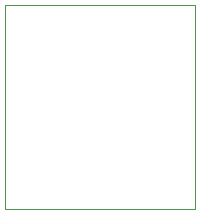
<source format=gm1>
%TF.GenerationSoftware,KiCad,Pcbnew,7.0.5*%
%TF.CreationDate,2024-02-13T09:57:52+02:00*%
%TF.ProjectId,USB Connector,55534220-436f-46e6-9e65-63746f722e6b,V0*%
%TF.SameCoordinates,Original*%
%TF.FileFunction,Profile,NP*%
%FSLAX46Y46*%
G04 Gerber Fmt 4.6, Leading zero omitted, Abs format (unit mm)*
G04 Created by KiCad (PCBNEW 7.0.5) date 2024-02-13 09:57:52*
%MOMM*%
%LPD*%
G01*
G04 APERTURE LIST*
%TA.AperFunction,Profile*%
%ADD10C,0.100000*%
%TD*%
G04 APERTURE END LIST*
D10*
X7112576Y-8585999D02*
X-8967000Y-8586000D01*
X-8967000Y8686000D01*
X7112576Y8686000D01*
X7112576Y-8585999D01*
M02*

</source>
